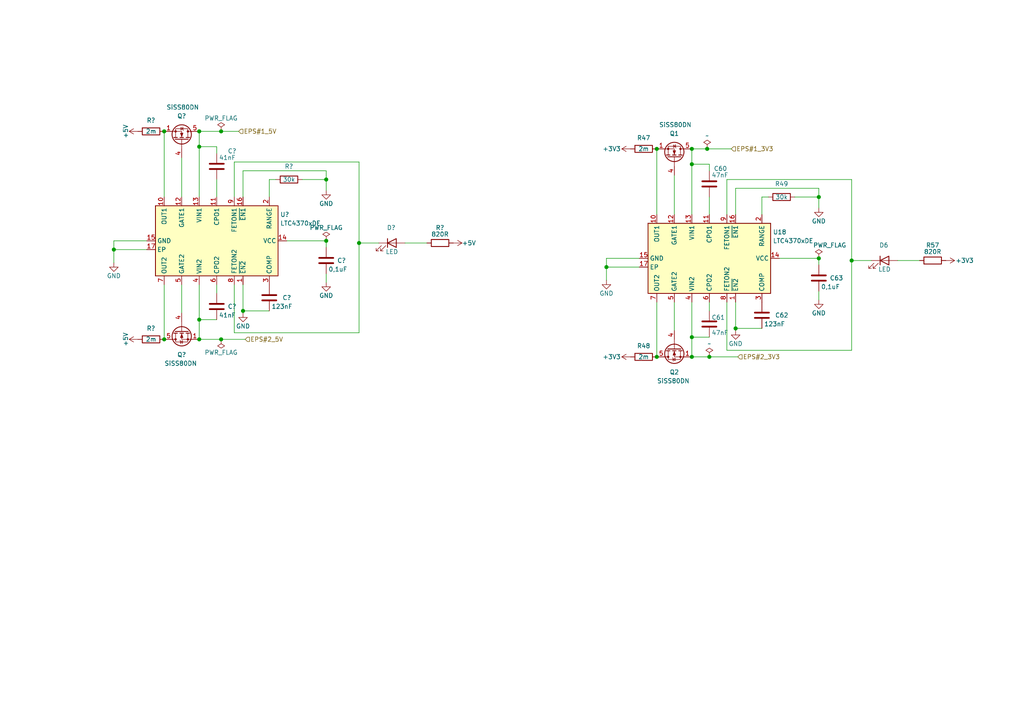
<source format=kicad_sch>
(kicad_sch (version 20210621) (generator eeschema)
  (paper "A4")
  (lib_symbols
    (symbol "Device:C" (pin_numbers hide) (pin_names (offset 0.254))
      (property "Reference" "C" (at 0.635 2.54 0))
      (property "Value" "C" (at 0.635 -2.54 0))
      (symbol "C_0_1"
        (polyline (pts (xy -2.032 -0.762) (xy 2.032 -0.762)) (stroke (width 0.508)))
        (polyline (pts (xy -2.032 0.762) (xy 2.032 0.762)) (stroke (width 0.508)))
      )
      (symbol "C_1_1"
        (pin passive line (at 0 3.81 270) (length 2.794) (name "~") (number "1"))
        (pin passive line (at 0 -3.81 90) (length 2.794) (name "~") (number "2"))
      )
    )
    (symbol "Device:LED" (pin_numbers hide) (pin_names (offset 1.016) hide)
      (property "Reference" "D" (at 0 2.54 0))
      (property "Value" "LED" (at 0 -2.54 0))
      (symbol "LED_0_1"
        (polyline (pts (xy -1.27 -1.27) (xy -1.27 1.27)) (stroke (width 0.254)))
        (polyline (pts (xy -1.27 0) (xy 1.27 0)))
        (polyline (pts (xy 1.27 -1.27) (xy 1.27 1.27) (xy -1.27 0) (xy 1.27 -1.27)) (stroke (width 0.254)))
        (polyline (pts (xy -3.048 -0.762) (xy -4.572 -2.286) (xy -3.81 -2.286) (xy -4.572 -2.286) (xy -4.572 -1.524)))
        (polyline (pts (xy -1.778 -0.762) (xy -3.302 -2.286) (xy -2.54 -2.286) (xy -3.302 -2.286) (xy -3.302 -1.524)))
      )
      (symbol "LED_1_1"
        (pin passive line (at -3.81 0 0) (length 2.54) (name "K") (number "1"))
        (pin passive line (at 3.81 0 180) (length 2.54) (name "A") (number "2"))
      )
    )
    (symbol "Device:R" (pin_numbers hide) (pin_names (offset 0))
      (property "Reference" "R" (at 2.032 0 90))
      (property "Value" "R" (at 0 0 90))
      (symbol "R_0_1"
        (rectangle (start -1.016 -2.54) (end 1.016 2.54) (stroke (width 0.254)))
      )
      (symbol "R_1_1"
        (pin passive line (at 0 3.81 270) (length 1.27) (name "~") (number "1"))
        (pin passive line (at 0 -3.81 90) (length 1.27) (name "~") (number "2"))
      )
    )
    (symbol "Power_Management:LTC4370xDE"
      (property "Reference" "U" (at -8.89 19.05 0))
      (property "Value" "LTC4370xDE" (at 7.62 19.05 0))
      (symbol "LTC4370xDE_0_1"
        (rectangle (start -10.16 17.78) (end 10.16 -17.78) (stroke (width 0.254)) (fill (type background)))
      )
      (symbol "LTC4370xDE_1_1"
        (pin input line (at 12.7 7.62 180) (length 2.54) (name "~{EN2}") (number "1"))
        (pin input line (at -12.7 -15.24 0) (length 2.54) (name "OUT1") (number "10"))
        (pin passive line (at -12.7 0 0) (length 2.54) (name "CPO1") (number "11"))
        (pin output line (at -12.7 -10.16 0) (length 2.54) (name "GATE1") (number "12"))
        (pin power_in line (at -12.7 -5.08 0) (length 2.54) (name "VIN1") (number "13"))
        (pin power_in line (at 0 20.32 270) (length 2.54) (name "VCC") (number "14"))
        (pin power_in line (at 0 -20.32 90) (length 2.54) (name "GND") (number "15"))
        (pin input line (at -12.7 7.62 0) (length 2.54) (name "~{EN1}") (number "16"))
        (pin passive line (at 2.54 -20.32 90) (length 2.54) (name "EP") (number "17"))
        (pin passive line (at -12.7 15.24 0) (length 2.54) (name "RANGE") (number "2"))
        (pin passive line (at 12.7 15.24 180) (length 2.54) (name "COMP") (number "3"))
        (pin power_in line (at 12.7 -5.08 180) (length 2.54) (name "VIN2") (number "4"))
        (pin output line (at 12.7 -10.16 180) (length 2.54) (name "GATE2") (number "5"))
        (pin passive line (at 12.7 0 180) (length 2.54) (name "CPO2") (number "6"))
        (pin input line (at 12.7 -15.24 180) (length 2.54) (name "OUT2") (number "7"))
        (pin open_collector line (at 12.7 5.08 180) (length 2.54) (name "FETON2") (number "8"))
        (pin open_collector line (at -12.7 5.08 0) (length 2.54) (name "FETON1") (number "9"))
      )
    )
    (symbol "Transistor_FET:SiS454DN" (pin_names hide)
      (property "Reference" "Q" (at 5.08 1.905 0))
      (property "Value" "SiS454DN" (at 5.08 0 0))
      (symbol "SiS454DN_0_1"
        (circle (center 1.651 0) (radius 2.794) (stroke (width 0.254)))
        (circle (center 2.54 -1.778) (radius 0.254) (fill (type outline)))
        (circle (center 2.54 1.778) (radius 0.254) (fill (type outline)))
        (polyline (pts (xy 0.254 0) (xy -2.54 0)))
        (polyline (pts (xy 0.254 1.905) (xy 0.254 -1.905)) (stroke (width 0.254)))
        (polyline (pts (xy 0.762 -1.27) (xy 0.762 -2.286)) (stroke (width 0.254)))
        (polyline (pts (xy 0.762 0.508) (xy 0.762 -0.508)) (stroke (width 0.254)))
        (polyline (pts (xy 0.762 2.286) (xy 0.762 1.27)) (stroke (width 0.254)))
        (polyline (pts (xy 2.54 2.54) (xy 2.54 1.778)))
        (polyline (pts (xy 2.54 -2.54) (xy 2.54 0) (xy 0.762 0)))
        (polyline (pts (xy 0.762 -1.778) (xy 3.302 -1.778) (xy 3.302 1.778) (xy 0.762 1.778)))
        (polyline (pts (xy 2.794 0.508) (xy 2.921 0.381) (xy 3.683 0.381) (xy 3.81 0.254)))
        (polyline (pts (xy 3.302 0.381) (xy 2.921 -0.254) (xy 3.683 -0.254) (xy 3.302 0.381)))
        (polyline (pts (xy 1.016 0) (xy 2.032 0.381) (xy 2.032 -0.381) (xy 1.016 0)) (fill (type outline)))
      )
      (symbol "SiS454DN_1_1"
        (pin passive line (at 2.54 -5.08 90) (length 2.54) (name "S") (number "1"))
        (pin passive line (at 2.54 -5.08 90) (length 2.54) hide (name "S") (number "2"))
        (pin passive line (at 2.54 -5.08 90) (length 2.54) hide (name "S") (number "3"))
        (pin input line (at -5.08 0 0) (length 2.54) (name "G") (number "4"))
        (pin passive line (at 2.54 5.08 270) (length 2.54) (name "D") (number "5"))
      )
    )
    (symbol "power:+3V3" (power) (pin_names (offset 0))
      (property "Value" "+3V3" (at 0 3.556 0))
      (symbol "+3V3_0_1"
        (polyline (pts (xy -0.762 1.27) (xy 0 2.54)))
        (polyline (pts (xy 0 0) (xy 0 2.54)))
        (polyline (pts (xy 0 2.54) (xy 0.762 1.27)))
      )
      (symbol "+3V3_1_1"
        (pin power_in line (at 0 0 90) (length 0) hide (name "+3V3") (number "1"))
      )
    )
    (symbol "power:+5V" (power) (pin_names (offset 0))
      (property "Value" "+5V" (at 0 3.556 0))
      (symbol "+5V_0_1"
        (polyline (pts (xy -0.762 1.27) (xy 0 2.54)))
        (polyline (pts (xy 0 0) (xy 0 2.54)))
        (polyline (pts (xy 0 2.54) (xy 0.762 1.27)))
      )
      (symbol "+5V_1_1"
        (pin power_in line (at 0 0 90) (length 0) hide (name "+5V") (number "1"))
      )
    )
    (symbol "power:GND" (power) (pin_names (offset 0))
      (property "Value" "GND" (at 0 -3.81 0))
      (symbol "GND_0_1"
        (polyline (pts (xy 0 0) (xy 0 -1.27) (xy 1.27 -1.27) (xy 0 -2.54) (xy -1.27 -1.27) (xy 0 -1.27)))
      )
      (symbol "GND_1_1"
        (pin power_in line (at 0 0 270) (length 0) hide (name "GND") (number "1"))
      )
    )
    (symbol "power:PWR_FLAG" (power) (pin_numbers hide) (pin_names (offset 0) hide)
      (property "Value" "PWR_FLAG" (at 0 3.81 0))
      (symbol "PWR_FLAG_0_0"
        (pin power_out line (at 0 0 90) (length 0) (name "pwr") (number "1"))
      )
      (symbol "PWR_FLAG_0_1"
        (polyline (pts (xy 0 0) (xy 0 1.27) (xy -1.016 1.905) (xy 0 2.54) (xy 1.016 1.905) (xy 0 1.27)))
      )
    )
  )
  (junction (at 33.02 72.39) (diameter 1.016))
  (junction (at 47.625 38.1) (diameter 1.016))
  (junction (at 47.625 98.425) (diameter 1.016))
  (junction (at 57.785 38.1) (diameter 1.016))
  (junction (at 57.785 42.545) (diameter 1.016))
  (junction (at 57.785 92.71) (diameter 1.016))
  (junction (at 57.785 98.425) (diameter 1.016))
  (junction (at 64.135 38.1) (diameter 1.016))
  (junction (at 64.135 98.425) (diameter 1.016))
  (junction (at 70.485 90.17) (diameter 1.016))
  (junction (at 94.615 52.07) (diameter 1.016))
  (junction (at 94.615 69.85) (diameter 1.016))
  (junction (at 104.14 70.485) (diameter 1.016))
  (junction (at 175.895 77.47) (diameter 1.016))
  (junction (at 190.5 43.18) (diameter 1.016))
  (junction (at 190.5 103.505) (diameter 1.016))
  (junction (at 200.66 43.18) (diameter 1.016))
  (junction (at 200.66 47.625) (diameter 1.016))
  (junction (at 200.66 97.79) (diameter 1.016))
  (junction (at 200.66 103.505) (diameter 1.016))
  (junction (at 205.105 43.18) (diameter 1.016))
  (junction (at 205.74 103.505) (diameter 1.016))
  (junction (at 213.36 95.25) (diameter 1.016))
  (junction (at 237.49 57.15) (diameter 1.016))
  (junction (at 237.49 74.93) (diameter 1.016))
  (junction (at 247.015 75.565) (diameter 1.016))
  (wire (pts (xy 33.02 69.85) (xy 33.02 72.39)))
  (wire (pts (xy 33.02 72.39) (xy 33.02 76.2)))
  (wire (pts (xy 42.545 69.85) (xy 33.02 69.85)))
  (wire (pts (xy 42.545 72.39) (xy 33.02 72.39)))
  (wire (pts (xy 47.625 38.1) (xy 47.625 57.15)))
  (wire (pts (xy 47.625 82.55) (xy 47.625 98.425)))
  (wire (pts (xy 52.705 45.72) (xy 52.705 57.15)))
  (wire (pts (xy 52.705 82.55) (xy 52.705 90.805)))
  (wire (pts (xy 57.785 38.1) (xy 57.785 42.545)))
  (wire (pts (xy 57.785 38.1) (xy 64.135 38.1)))
  (wire (pts (xy 57.785 42.545) (xy 57.785 57.15)))
  (wire (pts (xy 57.785 82.55) (xy 57.785 92.71)))
  (wire (pts (xy 57.785 92.71) (xy 57.785 98.425)))
  (wire (pts (xy 57.785 92.71) (xy 62.865 92.71)))
  (wire (pts (xy 57.785 98.425) (xy 64.135 98.425)))
  (wire (pts (xy 62.865 42.545) (xy 57.785 42.545)))
  (wire (pts (xy 62.865 44.45) (xy 62.865 42.545)))
  (wire (pts (xy 62.865 52.07) (xy 62.865 57.15)))
  (wire (pts (xy 62.865 82.55) (xy 62.865 85.09)))
  (wire (pts (xy 64.135 38.1) (xy 69.215 38.1)))
  (wire (pts (xy 64.135 98.425) (xy 71.12 98.425)))
  (wire (pts (xy 67.945 46.99) (xy 67.945 57.15)))
  (wire (pts (xy 67.945 46.99) (xy 104.14 46.99)))
  (wire (pts (xy 67.945 82.55) (xy 67.945 96.52)))
  (wire (pts (xy 67.945 96.52) (xy 104.14 96.52)))
  (wire (pts (xy 70.485 49.53) (xy 70.485 57.15)))
  (wire (pts (xy 70.485 49.53) (xy 94.615 49.53)))
  (wire (pts (xy 70.485 82.55) (xy 70.485 90.17)))
  (wire (pts (xy 70.485 90.17) (xy 70.485 90.805)))
  (wire (pts (xy 78.105 52.07) (xy 80.01 52.07)))
  (wire (pts (xy 78.105 57.15) (xy 78.105 52.07)))
  (wire (pts (xy 78.105 90.17) (xy 70.485 90.17)))
  (wire (pts (xy 83.185 69.85) (xy 94.615 69.85)))
  (wire (pts (xy 87.63 52.07) (xy 94.615 52.07)))
  (wire (pts (xy 94.615 49.53) (xy 94.615 52.07)))
  (wire (pts (xy 94.615 52.07) (xy 94.615 55.245)))
  (wire (pts (xy 94.615 69.85) (xy 94.615 71.755)))
  (wire (pts (xy 94.615 79.375) (xy 94.615 81.915)))
  (wire (pts (xy 104.14 46.99) (xy 104.14 70.485)))
  (wire (pts (xy 104.14 70.485) (xy 104.14 96.52)))
  (wire (pts (xy 109.855 70.485) (xy 104.14 70.485)))
  (wire (pts (xy 117.475 70.485) (xy 123.825 70.485)))
  (wire (pts (xy 175.895 74.93) (xy 175.895 77.47)))
  (wire (pts (xy 175.895 77.47) (xy 175.895 81.28)))
  (wire (pts (xy 185.42 74.93) (xy 175.895 74.93)))
  (wire (pts (xy 185.42 77.47) (xy 175.895 77.47)))
  (wire (pts (xy 190.5 43.18) (xy 190.5 62.23)))
  (wire (pts (xy 190.5 87.63) (xy 190.5 103.505)))
  (wire (pts (xy 195.58 50.8) (xy 195.58 62.23)))
  (wire (pts (xy 195.58 87.63) (xy 195.58 95.885)))
  (wire (pts (xy 200.66 43.18) (xy 200.66 47.625)))
  (wire (pts (xy 200.66 43.18) (xy 205.105 43.18)))
  (wire (pts (xy 200.66 47.625) (xy 200.66 62.23)))
  (wire (pts (xy 200.66 87.63) (xy 200.66 97.79)))
  (wire (pts (xy 200.66 97.79) (xy 200.66 103.505)))
  (wire (pts (xy 200.66 97.79) (xy 205.74 97.79)))
  (wire (pts (xy 200.66 103.505) (xy 205.74 103.505)))
  (wire (pts (xy 205.105 43.18) (xy 212.09 43.18)))
  (wire (pts (xy 205.74 47.625) (xy 200.66 47.625)))
  (wire (pts (xy 205.74 49.53) (xy 205.74 47.625)))
  (wire (pts (xy 205.74 57.15) (xy 205.74 62.23)))
  (wire (pts (xy 205.74 87.63) (xy 205.74 90.17)))
  (wire (pts (xy 205.74 103.505) (xy 213.995 103.505)))
  (wire (pts (xy 210.82 52.07) (xy 210.82 62.23)))
  (wire (pts (xy 210.82 52.07) (xy 247.015 52.07)))
  (wire (pts (xy 210.82 87.63) (xy 210.82 101.6)))
  (wire (pts (xy 210.82 101.6) (xy 247.015 101.6)))
  (wire (pts (xy 213.36 54.61) (xy 213.36 62.23)))
  (wire (pts (xy 213.36 54.61) (xy 237.49 54.61)))
  (wire (pts (xy 213.36 87.63) (xy 213.36 95.25)))
  (wire (pts (xy 213.36 95.25) (xy 213.36 95.885)))
  (wire (pts (xy 220.98 57.15) (xy 222.885 57.15)))
  (wire (pts (xy 220.98 62.23) (xy 220.98 57.15)))
  (wire (pts (xy 220.98 95.25) (xy 213.36 95.25)))
  (wire (pts (xy 226.06 74.93) (xy 237.49 74.93)))
  (wire (pts (xy 230.505 57.15) (xy 237.49 57.15)))
  (wire (pts (xy 237.49 54.61) (xy 237.49 57.15)))
  (wire (pts (xy 237.49 57.15) (xy 237.49 60.325)))
  (wire (pts (xy 237.49 74.93) (xy 237.49 76.835)))
  (wire (pts (xy 237.49 84.455) (xy 237.49 86.995)))
  (wire (pts (xy 247.015 52.07) (xy 247.015 75.565)))
  (wire (pts (xy 247.015 75.565) (xy 247.015 101.6)))
  (wire (pts (xy 252.73 75.565) (xy 247.015 75.565)))
  (wire (pts (xy 260.35 75.565) (xy 266.7 75.565)))
  (hierarchical_label "EPS#1_5V" (shape input) (at 69.215 38.1 0))
  (hierarchical_label "EPS#2_5V" (shape input) (at 71.12 98.425 0))
  (hierarchical_label "EPS#1_3V3" (shape input) (at 212.09 43.18 0))
  (hierarchical_label "EPS#2_3V3" (shape input) (at 213.995 103.505 0))
  (symbol (lib_id "power:+5V") (at 40.005 38.1 90) (unit 1)
    (property "Reference" "#PWR?" (effects hide))
    (property "Value" "+5V" (at 36.449 38.1 0))
  )
  (symbol (lib_id "power:+5V") (at 40.005 98.425 90) (unit 1)
    (property "Reference" "#PWR?" (effects hide))
    (property "Value" "+5V" (at 36.449 98.425 0))
  )
  (symbol (lib_id "power:+5V") (at 131.445 70.485 270) (unit 1)
    (property "Reference" "#PWR?" (effects hide))
    (property "Value" "+5V" (at 133.985 70.4849 90) (effects (justify left)))
  )
  (symbol (lib_id "power:+3V3") (at 182.88 43.18 90) (unit 1)
    (property "Reference" "#PWR0159" (effects hide))
    (property "Value" "+3V3" (at 177.419 43.18 90))
  )
  (symbol (lib_id "power:+3V3") (at 182.88 103.505 90) (unit 1)
    (property "Reference" "#PWR0160" (effects hide))
    (property "Value" "+3V3" (at 177.419 103.505 90))
  )
  (symbol (lib_id "power:+3V3") (at 274.32 75.565 270) (unit 1)
    (property "Reference" "#PWR0164" (effects hide))
    (property "Value" "+3V3" (at 279.781 75.565 90))
  )
  (symbol (lib_id "power:PWR_FLAG") (at 64.135 38.1 0) (unit 1)
    (property "Reference" "#FLG?" (effects hide))
    (property "Value" "PWR_FLAG" (at 64.135 34.29 0))
  )
  (symbol (lib_id "power:PWR_FLAG") (at 64.135 98.425 180) (unit 1)
    (property "Reference" "#FLG?" (effects hide))
    (property "Value" "PWR_FLAG" (at 64.135 102.235 0))
  )
  (symbol (lib_id "power:PWR_FLAG") (at 94.615 69.85 0) (unit 1)
    (property "Reference" "#FLG?" (effects hide))
    (property "Value" "PWR_FLAG" (at 94.615 66.04 0))
  )
  (symbol (lib_id "power:PWR_FLAG") (at 205.105 43.18 0) (unit 1)
    (property "Reference" "#FLG0105" (effects hide))
    (property "Value" "~" (at 205.105 39.37 0))
  )
  (symbol (lib_id "power:PWR_FLAG") (at 205.74 103.505 0) (unit 1)
    (property "Reference" "#FLG0106" (effects hide))
    (property "Value" "~" (at 205.74 99.695 0))
  )
  (symbol (lib_id "power:PWR_FLAG") (at 237.49 74.93 0) (unit 1)
    (property "Reference" "#FLG0107" (effects hide))
    (property "Value" "PWR_FLAG" (at 240.665 71.12 0))
  )
  (symbol (lib_id "power:GND") (at 33.02 76.2 0) (unit 1)
    (property "Reference" "#PWR?" (effects hide))
    (property "Value" "GND" (at 33.02 80.01 0))
  )
  (symbol (lib_id "power:GND") (at 70.485 90.805 0) (unit 1)
    (property "Reference" "#PWR?" (effects hide))
    (property "Value" "GND" (at 70.485 94.615 0))
  )
  (symbol (lib_id "power:GND") (at 94.615 55.245 0) (unit 1)
    (property "Reference" "#PWR?" (effects hide))
    (property "Value" "GND" (at 94.615 59.055 0))
  )
  (symbol (lib_id "power:GND") (at 94.615 81.915 0) (unit 1)
    (property "Reference" "#PWR?" (effects hide))
    (property "Value" "GND" (at 94.615 85.725 0))
  )
  (symbol (lib_id "power:GND") (at 175.895 81.28 0) (unit 1)
    (property "Reference" "#PWR0140" (effects hide))
    (property "Value" "GND" (at 175.895 85.09 0))
  )
  (symbol (lib_id "power:GND") (at 213.36 95.885 0) (unit 1)
    (property "Reference" "#PWR0163" (effects hide))
    (property "Value" "GND" (at 213.36 99.695 0))
  )
  (symbol (lib_id "power:GND") (at 237.49 60.325 0) (unit 1)
    (property "Reference" "#PWR0162" (effects hide))
    (property "Value" "GND" (at 237.49 64.135 0))
  )
  (symbol (lib_id "power:GND") (at 237.49 86.995 0) (unit 1)
    (property "Reference" "#PWR0161" (effects hide))
    (property "Value" "GND" (at 237.49 90.805 0))
  )
  (symbol (lib_id "Device:R") (at 43.815 38.1 90) (unit 1)
    (property "Reference" "R?" (at 43.815 34.925 90))
    (property "Value" "2m" (at 43.815 38.1 90))
    (property "Footprint" "Resistor_SMD:R_0603_1608Metric" (effects hide))
  )
  (symbol (lib_id "Device:R") (at 43.815 98.425 90) (unit 1)
    (property "Reference" "R?" (at 43.815 95.25 90))
    (property "Value" "2m" (at 43.815 98.425 90))
    (property "Footprint" "Resistor_SMD:R_0603_1608Metric" (effects hide))
  )
  (symbol (lib_id "Device:R") (at 83.82 52.07 270) (unit 1)
    (property "Reference" "R?" (at 83.82 48.26 90))
    (property "Value" "30k" (at 83.82 52.07 90))
    (property "Footprint" "Resistor_SMD:R_0603_1608Metric" (effects hide))
  )
  (symbol (lib_id "Device:R") (at 127.635 70.485 90) (unit 1)
    (property "Reference" "R?" (at 127.635 66.04 90))
    (property "Value" "820R" (at 127.635 67.945 90))
    (property "Footprint" "Resistor_SMD:R_0603_1608Metric" (effects hide))
  )
  (symbol (lib_id "Device:R") (at 186.69 43.18 90) (unit 1)
    (property "Reference" "R47" (at 186.69 40.005 90))
    (property "Value" "2m" (at 186.69 43.18 90))
    (property "Footprint" "Resistor_SMD:R_0603_1608Metric" (effects hide))
  )
  (symbol (lib_id "Device:R") (at 186.69 103.505 90) (unit 1)
    (property "Reference" "R48" (at 186.69 100.33 90))
    (property "Value" "2m" (at 186.69 103.505 90))
    (property "Footprint" "Resistor_SMD:R_0603_1608Metric" (effects hide))
  )
  (symbol (lib_id "Device:R") (at 226.695 57.15 270) (unit 1)
    (property "Reference" "R49" (at 226.695 53.34 90))
    (property "Value" "30k" (at 226.695 57.15 90))
    (property "Footprint" "Resistor_SMD:R_0603_1608Metric" (effects hide))
  )
  (symbol (lib_id "Device:R") (at 270.51 75.565 90) (unit 1)
    (property "Reference" "R57" (at 270.51 71.12 90))
    (property "Value" "820R" (at 270.51 73.025 90))
    (property "Footprint" "Resistor_SMD:R_0603_1608Metric" (effects hide))
  )
  (symbol (lib_id "Device:LED") (at 113.665 70.485 0) (unit 1)
    (property "Reference" "D?" (at 113.4745 66.04 0))
    (property "Value" "LED" (at 113.665 73.025 0))
    (property "Footprint" "LED_SMD:LED_0603_1608Metric" (effects hide))
  )
  (symbol (lib_id "Device:LED") (at 256.54 75.565 0) (unit 1)
    (property "Reference" "D6" (at 256.3495 71.12 0))
    (property "Value" "LED" (at 256.54 78.105 0))
    (property "Footprint" "LED_SMD:LED_0603_1608Metric" (effects hide))
  )
  (symbol (lib_id "Device:C") (at 62.865 48.26 0) (unit 1)
    (property "Reference" "C?" (at 66.04 43.8149 0) (effects (justify left)))
    (property "Value" "41nF" (at 63.5 45.72 0) (effects (justify left)))
    (property "Footprint" "Capacitor_SMD:C_0603_1608Metric" (effects hide))
  )
  (symbol (lib_id "Device:C") (at 62.865 88.9 0) (unit 1)
    (property "Reference" "C?" (at 66.04 88.8999 0) (effects (justify left)))
    (property "Value" "41nF" (at 63.5 91.44 0) (effects (justify left)))
    (property "Footprint" "Capacitor_SMD:C_0603_1608Metric" (effects hide))
  )
  (symbol (lib_id "Device:C") (at 78.105 86.36 0) (unit 1)
    (property "Reference" "C?" (at 81.915 86.3599 0) (effects (justify left)))
    (property "Value" "123nF" (at 78.74 88.9 0) (effects (justify left)))
    (property "Footprint" "Capacitor_SMD:C_0603_1608Metric" (effects hide))
  )
  (symbol (lib_id "Device:C") (at 94.615 75.565 0) (unit 1)
    (property "Reference" "C?" (at 97.79 75.5649 0) (effects (justify left)))
    (property "Value" "0,1uF" (at 95.25 78.105 0) (effects (justify left)))
    (property "Footprint" "Capacitor_SMD:C_0603_1608Metric" (effects hide))
  )
  (symbol (lib_id "Device:C") (at 205.74 53.34 0) (unit 1)
    (property "Reference" "C60" (at 207.01 48.8949 0) (effects (justify left)))
    (property "Value" "47nF" (at 206.375 50.8 0) (effects (justify left)))
    (property "Footprint" "Capacitor_SMD:C_0603_1608Metric" (effects hide))
  )
  (symbol (lib_id "Device:C") (at 205.74 93.98 0) (unit 1)
    (property "Reference" "C61" (at 206.375 92.0749 0) (effects (justify left)))
    (property "Value" "47nF" (at 206.375 96.52 0) (effects (justify left)))
    (property "Footprint" "Capacitor_SMD:C_0603_1608Metric" (effects hide))
  )
  (symbol (lib_id "Device:C") (at 220.98 91.44 0) (unit 1)
    (property "Reference" "C62" (at 224.79 91.4399 0) (effects (justify left)))
    (property "Value" "123nF" (at 221.615 93.98 0) (effects (justify left)))
    (property "Footprint" "Capacitor_SMD:C_0603_1608Metric" (effects hide))
  )
  (symbol (lib_id "Device:C") (at 237.49 80.645 0) (unit 1)
    (property "Reference" "C63" (at 240.665 80.6449 0) (effects (justify left)))
    (property "Value" "0,1uF" (at 238.125 83.185 0) (effects (justify left)))
    (property "Footprint" "Capacitor_SMD:C_0603_1608Metric" (effects hide))
  )
  (symbol (lib_id "Transistor_FET:SiS454DN") (at 52.705 40.64 270) (mirror x) (unit 1)
    (property "Reference" "Q?" (at 52.705 33.655 90))
    (property "Value" "SiSS80DN" (at 48.26 31.115 90) (effects (justify left)))
    (property "Footprint" "Package_SO:Vishay_PowerPAK_1212-8_Single" (effects hide))
    (property "Datasheet" "https://www.vishay.com/docs/66707/sis454dn.pdf" (effects hide))
  )
  (symbol (lib_id "Transistor_FET:SiS454DN") (at 52.705 95.885 90) (mirror x) (unit 1)
    (property "Reference" "Q?" (at 52.705 102.87 90))
    (property "Value" "SiSS80DN" (at 57.15 105.41 90) (effects (justify left)))
    (property "Footprint" "Package_SO:Vishay_PowerPAK_1212-8_Single" (effects hide))
    (property "Datasheet" "https://www.vishay.com/docs/66707/sis454dn.pdf" (effects hide))
  )
  (symbol (lib_id "Transistor_FET:SiS454DN") (at 195.58 45.72 270) (mirror x) (unit 1)
    (property "Reference" "Q1" (at 195.58 38.735 90))
    (property "Value" "SiSS80DN" (at 191.135 36.195 90) (effects (justify left)))
    (property "Footprint" "Package_SO:Vishay_PowerPAK_1212-8_Single" (effects hide))
    (property "Datasheet" "https://www.vishay.com/docs/66707/sis454dn.pdf" (effects hide))
  )
  (symbol (lib_id "Transistor_FET:SiS454DN") (at 195.58 100.965 90) (mirror x) (unit 1)
    (property "Reference" "Q2" (at 195.58 107.95 90))
    (property "Value" "SiSS80DN" (at 200.025 110.49 90) (effects (justify left)))
    (property "Footprint" "Package_SO:Vishay_PowerPAK_1212-8_Single" (effects hide))
    (property "Datasheet" "https://www.vishay.com/docs/66707/sis454dn.pdf" (effects hide))
  )
  (symbol (lib_id "Power_Management:LTC4370xDE") (at 62.865 69.85 270) (unit 1)
    (property "Reference" "U?" (at 81.28 62.2299 90) (effects (justify left)))
    (property "Value" "LTC4370xDE" (at 81.28 64.7699 90) (effects (justify left)))
    (property "Footprint" "Package_DFN_QFN:DFN-16-1EP_3x4mm_P0.45mm_EP1.7x3.3mm" (effects hide))
    (property "Datasheet" "https://www.analog.com/media/en/technical-documentation/data-sheets/4370f.pdf" (effects hide))
  )
  (symbol (lib_id "Power_Management:LTC4370xDE") (at 205.74 74.93 270) (unit 1)
    (property "Reference" "U18" (at 224.155 67.3099 90) (effects (justify left)))
    (property "Value" "LTC4370xDE" (at 224.155 69.8499 90) (effects (justify left)))
    (property "Footprint" "Package_DFN_QFN:DFN-16-1EP_3x4mm_P0.45mm_EP1.7x3.3mm" (effects hide))
    (property "Datasheet" "https://www.analog.com/media/en/technical-documentation/data-sheets/4370f.pdf" (effects hide))
  )
)
</source>
